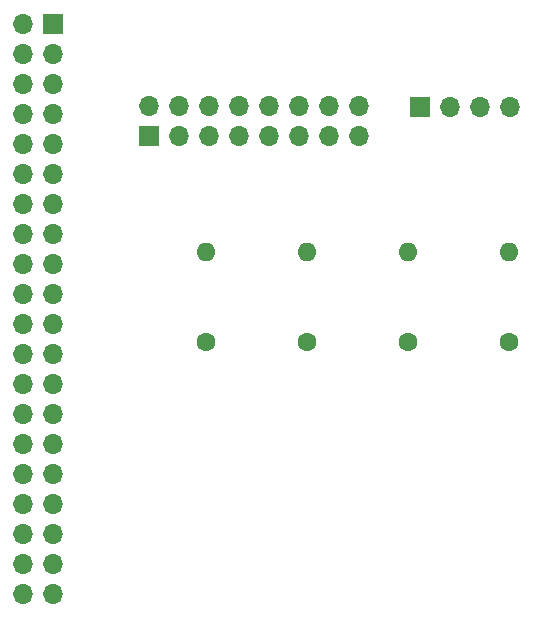
<source format=gts>
G04 #@! TF.GenerationSoftware,KiCad,Pcbnew,9.0.0*
G04 #@! TF.CreationDate,2025-05-05T16:58:24-05:00*
G04 #@! TF.ProjectId,active3-rpi-hub75-adapter,61637469-7665-4332-9d72-70692d687562,rev?*
G04 #@! TF.SameCoordinates,Original*
G04 #@! TF.FileFunction,Soldermask,Top*
G04 #@! TF.FilePolarity,Negative*
%FSLAX46Y46*%
G04 Gerber Fmt 4.6, Leading zero omitted, Abs format (unit mm)*
G04 Created by KiCad (PCBNEW 9.0.0) date 2025-05-05 16:58:24*
%MOMM*%
%LPD*%
G01*
G04 APERTURE LIST*
%ADD10R,1.700000X1.700000*%
%ADD11O,1.700000X1.700000*%
%ADD12C,1.600000*%
%ADD13O,1.600000X1.600000*%
G04 APERTURE END LIST*
D10*
X129750000Y-65930000D03*
D11*
X127210000Y-65930000D03*
X129750000Y-68470000D03*
X127210000Y-68470000D03*
X129750000Y-71010000D03*
X127210000Y-71010000D03*
X129750000Y-73550000D03*
X127210000Y-73550000D03*
X129750000Y-76090000D03*
X127210000Y-76090000D03*
X129750000Y-78630000D03*
X127210000Y-78630000D03*
X129750000Y-81170000D03*
X127210000Y-81170000D03*
X129750000Y-83710000D03*
X127210000Y-83710000D03*
X129750000Y-86250000D03*
X127210000Y-86250000D03*
X129750000Y-88790000D03*
X127210000Y-88790000D03*
X129750000Y-91330000D03*
X127210000Y-91330000D03*
X129750000Y-93870000D03*
X127210000Y-93870000D03*
X129750000Y-96410000D03*
X127210000Y-96410000D03*
X129750000Y-98950000D03*
X127210000Y-98950000D03*
X129750000Y-101490000D03*
X127210000Y-101490000D03*
X129750000Y-104030000D03*
X127210000Y-104030000D03*
X129750000Y-106570000D03*
X127210000Y-106570000D03*
X129750000Y-109110000D03*
X127210000Y-109110000D03*
X129750000Y-111650000D03*
X127210000Y-111650000D03*
X129750000Y-114190000D03*
X127210000Y-114190000D03*
D12*
X159833300Y-92810000D03*
D13*
X159833300Y-85190000D03*
D12*
X142700000Y-92810000D03*
D13*
X142700000Y-85190000D03*
D10*
X137900000Y-75390000D03*
D11*
X137900000Y-72850000D03*
X140440000Y-75390000D03*
X140440000Y-72850000D03*
X142980000Y-75390000D03*
X142980000Y-72850000D03*
X145520000Y-75390000D03*
X145520000Y-72850000D03*
X148060000Y-75390000D03*
X148060000Y-72850000D03*
X150600000Y-75390000D03*
X150600000Y-72850000D03*
X153140000Y-75390000D03*
X153140000Y-72850000D03*
X155680000Y-75390000D03*
X155680000Y-72850000D03*
D12*
X168400000Y-92810000D03*
D13*
X168400000Y-85190000D03*
D10*
X160850000Y-72950000D03*
D11*
X163390000Y-72950000D03*
X165930000Y-72950000D03*
X168470000Y-72950000D03*
D12*
X151266700Y-92810000D03*
D13*
X151266700Y-85190000D03*
M02*

</source>
